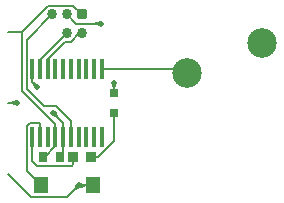
<source format=gtl>
%TF.GenerationSoftware,KiCad,Pcbnew,9.0.0*%
%TF.CreationDate,2025-02-27T17:20:42+00:00*%
%TF.ProjectId,vm_keycap_button_0.1,766d5f6b-6579-4636-9170-5f627574746f,v0.1*%
%TF.SameCoordinates,PX59a5380PY47868c0*%
%TF.FileFunction,Copper,L1,Top*%
%TF.FilePolarity,Positive*%
%FSLAX46Y46*%
G04 Gerber Fmt 4.6, Leading zero omitted, Abs format (unit mm)*
G04 Created by KiCad (PCBNEW 9.0.0) date 2025-02-27 17:20:42*
%MOMM*%
%LPD*%
G01*
G04 APERTURE LIST*
G04 Aperture macros list*
%AMRoundRect*
0 Rectangle with rounded corners*
0 $1 Rounding radius*
0 $2 $3 $4 $5 $6 $7 $8 $9 X,Y pos of 4 corners*
0 Add a 4 corners polygon primitive as box body*
4,1,4,$2,$3,$4,$5,$6,$7,$8,$9,$2,$3,0*
0 Add four circle primitives for the rounded corners*
1,1,$1+$1,$2,$3*
1,1,$1+$1,$4,$5*
1,1,$1+$1,$6,$7*
1,1,$1+$1,$8,$9*
0 Add four rect primitives between the rounded corners*
20,1,$1+$1,$2,$3,$4,$5,0*
20,1,$1+$1,$4,$5,$6,$7,0*
20,1,$1+$1,$6,$7,$8,$9,0*
20,1,$1+$1,$8,$9,$2,$3,0*%
G04 Aperture macros list end*
%TA.AperFunction,SMDPad,CuDef*%
%ADD10C,0.100000*%
%TD*%
%TA.AperFunction,SMDPad,CuDef*%
%ADD11R,0.810000X0.860000*%
%TD*%
%TA.AperFunction,SMDPad,CuDef*%
%ADD12O,0.360000X1.740000*%
%TD*%
%TA.AperFunction,SMDPad,CuDef*%
%ADD13R,0.800000X0.800000*%
%TD*%
%TA.AperFunction,ComponentPad*%
%ADD14RoundRect,0.172720X-0.259080X-0.259080X0.259080X-0.259080X0.259080X0.259080X-0.259080X0.259080X0*%
%TD*%
%TA.AperFunction,ComponentPad*%
%ADD15C,0.863600*%
%TD*%
%TA.AperFunction,SMDPad,CuDef*%
%ADD16R,0.800000X0.900000*%
%TD*%
%TA.AperFunction,ComponentPad*%
%ADD17C,2.500000*%
%TD*%
%TA.AperFunction,SMDPad,CuDef*%
%ADD18R,1.230000X1.360000*%
%TD*%
%TA.AperFunction,ViaPad*%
%ADD19C,0.500000*%
%TD*%
%TA.AperFunction,Conductor*%
%ADD20C,0.200000*%
%TD*%
G04 APERTURE END LIST*
D10*
%TO.P,GS3,1,JD_DATA*%
%TO.N,/JD_DATA*%
X-14000000Y0D03*
%TD*%
D11*
%TO.P,R1,1*%
%TO.N,/JD_STATUS*%
X-8450000Y-4600000D03*
%TO.P,R1,2*%
%TO.N,Net-(D1-Pad1)*%
X-6950000Y-4600000D03*
%TD*%
D10*
%TO.P,GS2,1,GND*%
%TO.N,GND*%
X-14000000Y-6000000D03*
%TD*%
D12*
%TO.P,U1,1,PB7/PB8*%
%TO.N,/JD_STATUS*%
X-11930000Y-2870000D03*
%TO.P,U1,2,PB9/PC14-OSC32_IN*%
%TO.N,/nFLASH*%
X-11280000Y-2870000D03*
%TO.P,U1,3,PC15-OSC32_OUT*%
%TO.N,unconnected-(U1-PC15-OSC32_OUT-Pad3)*%
X-10630000Y-2870000D03*
%TO.P,U1,4,VDD/VDDA*%
%TO.N,+3V3*%
X-9980000Y-2870000D03*
%TO.P,U1,5,VSS/VSSA*%
%TO.N,GND*%
X-9320000Y-2870000D03*
%TO.P,U1,6,NRST*%
%TO.N,/nRESET*%
X-8670000Y-2870000D03*
%TO.P,U1,7,PA0*%
%TO.N,unconnected-(U1-PA0-Pad7)*%
X-8020000Y-2870000D03*
%TO.P,U1,8,PA1*%
%TO.N,unconnected-(U1-PA1-Pad8)*%
X-7370000Y-2870000D03*
%TO.P,U1,9,PA2*%
%TO.N,unconnected-(U1-PA2-Pad9)*%
X-6720000Y-2870000D03*
%TO.P,U1,10,PA3*%
%TO.N,unconnected-(U1-PA3-Pad10)*%
X-6070000Y-2870000D03*
%TO.P,U1,11,PA4*%
%TO.N,/BUTTON_1*%
X-6070000Y2870000D03*
%TO.P,U1,12,PA5*%
%TO.N,unconnected-(U1-PA5-Pad12)*%
X-6720000Y2870000D03*
%TO.P,U1,13,PA6*%
%TO.N,unconnected-(U1-PA6-Pad13)*%
X-7370000Y2870000D03*
%TO.P,U1,14,PA7*%
%TO.N,unconnected-(U1-PA7-Pad14)*%
X-8020000Y2870000D03*
%TO.P,U1,15,PB0/PB1/PB2/PA8*%
%TO.N,unconnected-(U1-PB0{slash}PB1{slash}PB2{slash}PA8-Pad15)*%
X-8670000Y2870000D03*
%TO.P,U1,16,PA11[PA9]*%
%TO.N,unconnected-(U1-PA11[PA9]-Pad16)*%
X-9320000Y2870000D03*
%TO.P,U1,17,PA12[PA10]*%
%TO.N,unconnected-(U1-PA12[PA10]-Pad17)*%
X-9980000Y2870000D03*
%TO.P,U1,18,PA13*%
%TO.N,/SWDIO*%
X-10630000Y2870000D03*
%TO.P,U1,19,PA15/PA14-BOOT0*%
%TO.N,/SWCLK*%
X-11280000Y2870000D03*
%TO.P,U1,20,PB3/PB4/PB5/PB6*%
%TO.N,/JD_DATA*%
X-11930000Y2870000D03*
%TD*%
D10*
%TO.P,GS1,1,JD_PWR*%
%TO.N,+3V3*%
X-14000000Y6000000D03*
%TD*%
D13*
%TO.P,D1,1*%
%TO.N,Net-(D1-Pad1)*%
X-5000000Y-850000D03*
%TO.P,D1,2*%
%TO.N,GND*%
X-5000000Y850000D03*
%TD*%
D14*
%TO.P,J1,1,Vcc*%
%TO.N,+3V3*%
X-7730000Y7474800D03*
D15*
%TO.P,J1,2,SWDIO*%
%TO.N,/SWDIO*%
X-7730000Y5900000D03*
%TO.P,J1,3,GND*%
%TO.N,GND*%
X-9000000Y7474800D03*
%TO.P,J1,4,SWDCLK*%
%TO.N,/SWCLK*%
X-9000000Y5900000D03*
%TO.P,J1,5,~{RESET}*%
%TO.N,/nRESET*%
X-10270000Y7474800D03*
%TD*%
D16*
%TO.P,C1,1*%
%TO.N,+3V3*%
X-11000000Y-4600000D03*
%TO.P,C1,2*%
%TO.N,GND*%
X-9600000Y-4600000D03*
%TD*%
D17*
%TO.P,SW2,1,1*%
%TO.N,/BUTTON_1*%
X1190000Y2540000D03*
%TO.P,SW2,2,2*%
%TO.N,GND*%
X7540000Y5080000D03*
%TD*%
D18*
%TO.P,SW1,1,1*%
%TO.N,GND*%
X-6820000Y-7000000D03*
%TO.P,SW1,2,2*%
%TO.N,/nFLASH*%
X-11180000Y-7000000D03*
%TD*%
D19*
%TO.N,/JD_DATA*%
X-13200000Y0D03*
X-11500000Y1300000D03*
%TO.N,GND*%
X-8000000Y-7000000D03*
X-10151092Y-851091D03*
X-6100000Y6700000D03*
X-4995591Y1695591D03*
%TD*%
D20*
%TO.N,/nRESET*%
X-10270000Y7474800D02*
X-12411000Y5333800D01*
%TO.N,+3V3*%
X-11000000Y-4600000D02*
X-10900000Y-4600000D01*
X-12842864Y6000000D02*
X-14000000Y6000000D01*
X-12812000Y5969136D02*
X-12842864Y6000000D01*
%TO.N,Net-(D1-Pad1)*%
X-5000000Y-3255000D02*
X-5000000Y-850000D01*
%TO.N,/SWCLK*%
X-9000000Y5900000D02*
X-11280000Y3620000D01*
X-11280000Y3620000D02*
X-11280000Y2870000D01*
%TO.N,Net-(D1-Pad1)*%
X-6345000Y-4600000D02*
X-5000000Y-3255000D01*
%TO.N,/nRESET*%
X-12411000Y1198099D02*
X-10912810Y-300091D01*
%TO.N,+3V3*%
X-10573536Y8207600D02*
X-12812000Y5969136D01*
X-10900000Y-4600000D02*
X-9980000Y-3680000D01*
%TO.N,/SWDIO*%
X-7963664Y5900000D02*
X-7730000Y5900000D01*
%TO.N,+3V3*%
X-7730000Y7474800D02*
X-8462800Y8207600D01*
%TO.N,/SWDIO*%
X-9132800Y5167200D02*
X-8696464Y5167200D01*
%TO.N,+3V3*%
X-9980000Y-3680000D02*
X-9980000Y-2870000D01*
X-12812000Y5969136D02*
X-12812000Y1031999D01*
%TO.N,/SWDIO*%
X-9132800Y5167200D02*
X-10630000Y3670000D01*
%TO.N,Net-(D1-Pad1)*%
X-6950000Y-4600000D02*
X-6345000Y-4600000D01*
%TO.N,/SWDIO*%
X-10630000Y3670000D02*
X-10630000Y2870000D01*
%TO.N,/JD_DATA*%
X-11930000Y1730000D02*
X-11500000Y1300000D01*
%TO.N,/SWDIO*%
X-8696464Y5167200D02*
X-7963664Y5900000D01*
%TO.N,/JD_DATA*%
X-13200000Y0D02*
X-14000000Y0D01*
X-11930000Y2870000D02*
X-11930000Y1730000D01*
%TO.N,+3V3*%
X-8462800Y8207600D02*
X-10573536Y8207600D01*
X-9980000Y-1800001D02*
X-9980000Y-2870000D01*
%TO.N,/nRESET*%
X-8670000Y-1552951D02*
X-8670000Y-2870000D01*
%TO.N,+3V3*%
X-12812000Y1031999D02*
X-9980000Y-1800001D01*
%TO.N,/JD_STATUS*%
X-11930000Y-4969000D02*
X-11930000Y-2870000D01*
%TO.N,/nFLASH*%
X-12411000Y-5769000D02*
X-11180000Y-7000000D01*
%TO.N,/nRESET*%
X-10912810Y-300091D02*
X-9922860Y-300091D01*
%TO.N,/BUTTON_1*%
X860000Y2870000D02*
X-6070000Y2870000D01*
%TO.N,/JD_STATUS*%
X-8450000Y-4600000D02*
X-8450000Y-5230000D01*
%TO.N,/nFLASH*%
X-12129237Y-1699000D02*
X-12411000Y-1980763D01*
%TO.N,/JD_STATUS*%
X-8450000Y-5230000D02*
X-8571000Y-5351000D01*
%TO.N,/nRESET*%
X-9922860Y-300091D02*
X-8670000Y-1552951D01*
X-12411000Y5333800D02*
X-12411000Y1198099D01*
%TO.N,/BUTTON_1*%
X1190000Y2540000D02*
X860000Y2870000D01*
%TO.N,/JD_STATUS*%
X-8571000Y-5351000D02*
X-11548000Y-5351000D01*
%TO.N,/nFLASH*%
X-11381000Y-1699000D02*
X-12129237Y-1699000D01*
X-12411000Y-1980763D02*
X-12411000Y-5769000D01*
X-11280000Y-1800000D02*
X-11381000Y-1699000D01*
X-11280000Y-2870000D02*
X-11280000Y-1800000D01*
%TO.N,/JD_STATUS*%
X-11548000Y-5351000D02*
X-11930000Y-4969000D01*
%TO.N,GND*%
X-9320000Y-1682183D02*
X-10151092Y-851091D01*
X-9320000Y-2870000D02*
X-9320000Y-1682183D01*
X-8225200Y6700000D02*
X-6100000Y6700000D01*
X-9600000Y-4600000D02*
X-9320000Y-4320000D01*
X-8000000Y-7000000D02*
X-8981000Y-7981000D01*
X-9320000Y-4320000D02*
X-9320000Y-2870000D01*
X-6820000Y-7000000D02*
X-8000000Y-7000000D01*
X-5000000Y850000D02*
X-5000000Y1691182D01*
X-9000000Y7474800D02*
X-8225200Y6700000D01*
X-5000000Y1691182D02*
X-4995591Y1695591D01*
X-8981000Y-7981000D02*
X-12019000Y-7981000D01*
X-12019000Y-7981000D02*
X-14000000Y-6000000D01*
%TD*%
%TA.AperFunction,Conductor*%
%TO.N,/JD_DATA*%
G36*
X-11771877Y1717013D02*
G01*
X-11372798Y1513820D01*
X-11366981Y1507013D01*
X-11367681Y1498085D01*
X-11368353Y1496932D01*
X-11497982Y1301274D01*
X-11501274Y1297982D01*
X-11696932Y1168353D01*
X-11705721Y1166641D01*
X-11713148Y1171645D01*
X-11713820Y1172798D01*
X-11777558Y1297982D01*
X-11917013Y1571875D01*
X-11917712Y1580801D01*
X-11914861Y1585453D01*
X-11785454Y1714860D01*
X-11777182Y1718286D01*
X-11771877Y1717013D01*
G37*
%TD.AperFunction*%
%TD*%
%TA.AperFunction,Conductor*%
%TO.N,/JD_DATA*%
G36*
X-13252321Y240439D02*
G01*
X-13246504Y233632D01*
X-13246164Y232341D01*
X-13199473Y2328D01*
X-13199473Y-2328D01*
X-13246164Y-232340D01*
X-13251168Y-239766D01*
X-13259958Y-241478D01*
X-13261249Y-241138D01*
X-13687115Y-102628D01*
X-13693922Y-96811D01*
X-13695196Y-91502D01*
X-13695196Y91503D01*
X-13691769Y99776D01*
X-13687118Y102628D01*
X-13261248Y241139D01*
X-13252321Y240439D01*
G37*
%TD.AperFunction*%
%TD*%
%TA.AperFunction,Conductor*%
%TO.N,GND*%
G36*
X-9937945Y-722735D02*
G01*
X-9937273Y-723888D01*
X-9871859Y-852364D01*
X-9734081Y-1122963D01*
X-9733381Y-1131891D01*
X-9736234Y-1136545D01*
X-9865638Y-1265949D01*
X-9873911Y-1269376D01*
X-9879219Y-1268102D01*
X-10278295Y-1064910D01*
X-10284112Y-1058103D01*
X-10283412Y-1049175D01*
X-10282740Y-1048022D01*
X-10153111Y-852364D01*
X-10149819Y-849072D01*
X-9960870Y-723888D01*
X-9954161Y-719442D01*
X-9945372Y-717731D01*
X-9937945Y-722735D01*
G37*
%TD.AperFunction*%
%TD*%
%TA.AperFunction,Conductor*%
%TO.N,GND*%
G36*
X-6152321Y6940439D02*
G01*
X-6146504Y6933632D01*
X-6146164Y6932341D01*
X-6099473Y6702328D01*
X-6099473Y6697672D01*
X-6146164Y6467660D01*
X-6151168Y6460234D01*
X-6159958Y6458522D01*
X-6161249Y6458862D01*
X-6587115Y6597372D01*
X-6593922Y6603189D01*
X-6595196Y6608498D01*
X-6595196Y6791503D01*
X-6591769Y6799776D01*
X-6587118Y6802628D01*
X-6161248Y6941139D01*
X-6152321Y6940439D01*
G37*
%TD.AperFunction*%
%TD*%
%TA.AperFunction,Conductor*%
%TO.N,GND*%
G36*
X-8198085Y-6867680D02*
G01*
X-8196932Y-6868352D01*
X-8001274Y-6997981D01*
X-7997982Y-7001273D01*
X-7868353Y-7196931D01*
X-7866641Y-7205720D01*
X-7871645Y-7213147D01*
X-7872798Y-7213819D01*
X-8271873Y-7417011D01*
X-8280801Y-7417711D01*
X-8285455Y-7414858D01*
X-8414859Y-7285454D01*
X-8418286Y-7277181D01*
X-8417014Y-7271877D01*
X-8213819Y-6872795D01*
X-8207013Y-6866980D01*
X-8198085Y-6867680D01*
G37*
%TD.AperFunction*%
%TD*%
%TA.AperFunction,Conductor*%
%TO.N,GND*%
G36*
X-7938759Y-6758859D02*
G01*
X-7512884Y-6897372D01*
X-7506078Y-6903188D01*
X-7504804Y-6908497D01*
X-7504804Y-7091502D01*
X-7508231Y-7099775D01*
X-7512885Y-7102628D01*
X-7938752Y-7241138D01*
X-7947680Y-7240438D01*
X-7953497Y-7233631D01*
X-7953837Y-7232340D01*
X-8000528Y-7002325D01*
X-8000528Y-6997674D01*
X-7953837Y-6767657D01*
X-7948833Y-6760233D01*
X-7940043Y-6758521D01*
X-7938759Y-6758859D01*
G37*
%TD.AperFunction*%
%TD*%
%TA.AperFunction,Conductor*%
%TO.N,GND*%
G36*
X-4763367Y1649452D02*
G01*
X-4755942Y1644448D01*
X-4754230Y1635658D01*
X-4754602Y1634268D01*
X-4897325Y1208377D01*
X-4903203Y1201622D01*
X-4908419Y1200395D01*
X-5091422Y1200395D01*
X-5099695Y1203822D01*
X-5102580Y1208576D01*
X-5236877Y1634420D01*
X-5236097Y1643341D01*
X-5229238Y1649097D01*
X-5228063Y1649401D01*
X-4997916Y1696119D01*
X-4993266Y1696119D01*
X-4763367Y1649452D01*
G37*
%TD.AperFunction*%
%TD*%
M02*

</source>
